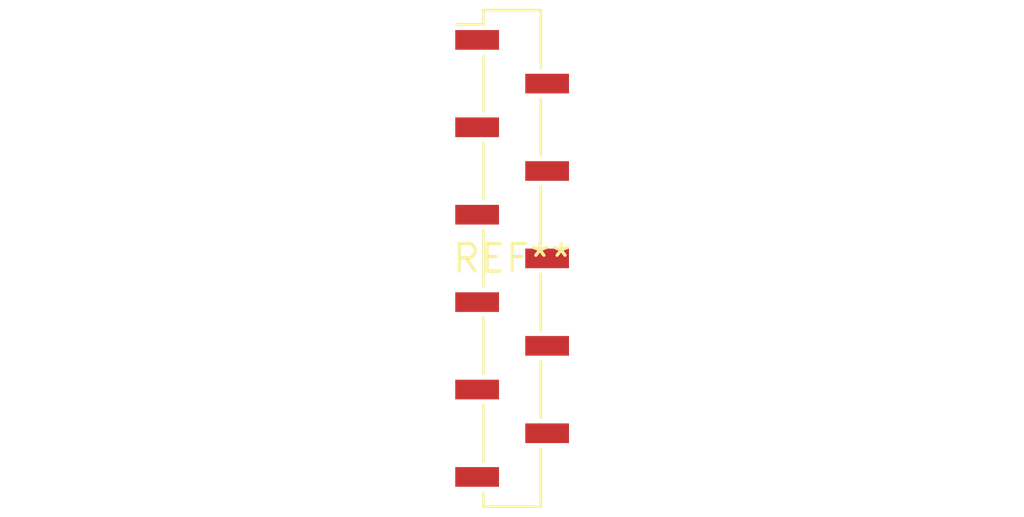
<source format=kicad_pcb>
(kicad_pcb (version 20240108) (generator pcbnew)
  (layers (0 "F.Cu" signal) (31 "B.Cu" signal) (34 "B.Paste" user) (35 "F.Paste" user) (36 "B.SilkS" user "B.Silkscreen") (37 "F.SilkS" user "F.Silkscreen") (38 "B.Mask" user) (39 "F.Mask" user) (44 "Edge.Cuts" user))
  (net 0 "")
  (footprint "PinSocket_1x11_P2.00mm_Vertical_SMD_Pin1Left" (layer "F.Cu") (at 0 0)
    (property "Reference" "REF**")
    (property "Value" "PinSocket_1x11_P2.00mm_Vertical_SMD_Pin1Left")
    (fp_line (start -2.54 -10.71) (end -1.31 -10.71) (layer "F.SilkS") (stroke (width 0.12)))
    (fp_line (start -1.31 -11.36) (end -1.31 -10.71) (layer "F.SilkS") (stroke (width 0.12)))
    (fp_line (start -1.31 -11.36) (end 1.31 -11.36) (layer "F.SilkS") (stroke (width 0.12)))
    (fp_line (start -1.31 -9.29) (end -1.31 -6.71) (layer "F.SilkS") (stroke (width 0.12)))
    (fp_line (start -1.31 -5.29) (end -1.31 -2.71) (layer "F.SilkS") (stroke (width 0.12)))
    (fp_line (start -1.31 -1.29) (end -1.31 1.29) (layer "F.SilkS") (stroke (width 0.12)))
    (fp_line (start -1.31 2.71) (end -1.31 5.29) (layer "F.SilkS") (stroke (width 0.12)))
    (fp_line (start -1.31 6.71) (end -1.31 9.29) (layer "F.SilkS") (stroke (width 0.12)))
    (fp_line (start -1.31 10.71) (end -1.31 11.36) (layer "F.SilkS") (stroke (width 0.12)))
    (fp_line (start -1.31 11.36) (end 1.31 11.36) (layer "F.SilkS") (stroke (width 0.12)))
    (fp_line (start 1.31 -11.36) (end 1.31 -8.71) (layer "F.SilkS") (stroke (width 0.12)))
    (fp_line (start 1.31 -7.29) (end 1.31 -4.71) (layer "F.SilkS") (stroke (width 0.12)))
    (fp_line (start 1.31 -3.29) (end 1.31 -0.71) (layer "F.SilkS") (stroke (width 0.12)))
    (fp_line (start 1.31 0.71) (end 1.31 3.29) (layer "F.SilkS") (stroke (width 0.12)))
    (fp_line (start 1.31 4.71) (end 1.31 7.29) (layer "F.SilkS") (stroke (width 0.12)))
    (fp_line (start 1.31 8.71) (end 1.31 11.36) (layer "F.SilkS") (stroke (width 0.12)))
    (pad "1" smd rect (at -1.6 -10) (size 2 0.9) (layers "F.Cu" "F.Paste" "F.Mask"))
    (pad "2" smd rect (at 1.6 -8) (size 2 0.9) (layers "F.Cu" "F.Paste" "F.Mask"))
    (pad "3" smd rect (at -1.6 -6) (size 2 0.9) (layers "F.Cu" "F.Paste" "F.Mask"))
    (pad "4" smd rect (at 1.6 -4) (size 2 0.9) (layers "F.Cu" "F.Paste" "F.Mask"))
    (pad "5" smd rect (at -1.6 -2) (size 2 0.9) (layers "F.Cu" "F.Paste" "F.Mask"))
    (pad "6" smd rect (at 1.6 0) (size 2 0.9) (layers "F.Cu" "F.Paste" "F.Mask"))
    (pad "7" smd rect (at -1.6 2) (size 2 0.9) (layers "F.Cu" "F.Paste" "F.Mask"))
    (pad "8" smd rect (at 1.6 4) (size 2 0.9) (layers "F.Cu" "F.Paste" "F.Mask"))
    (pad "9" smd rect (at -1.6 6) (size 2 0.9) (layers "F.Cu" "F.Paste" "F.Mask"))
    (pad "10" smd rect (at 1.6 8) (size 2 0.9) (layers "F.Cu" "F.Paste" "F.Mask"))
    (pad "11" smd rect (at -1.6 10) (size 2 0.9) (layers "F.Cu" "F.Paste" "F.Mask"))
  )
)
</source>
